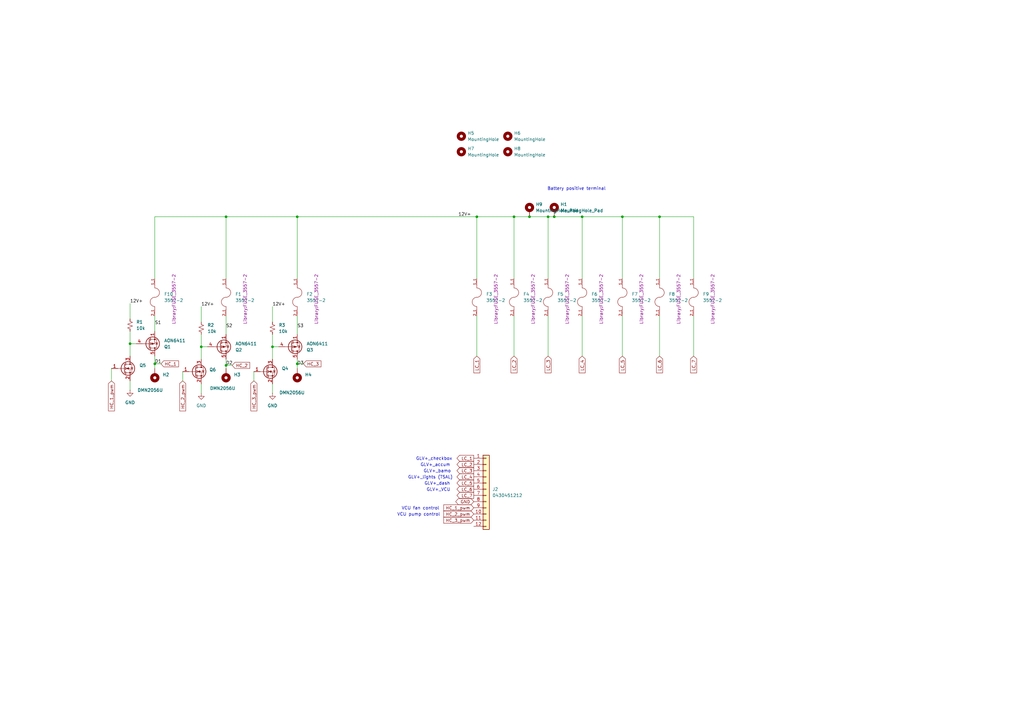
<source format=kicad_sch>
(kicad_sch (version 20250114) (generator "eeschema") (generator_version "9.0")
  (paper "A3")
  (lib_symbols
    (symbol "Connector_Generic:Conn_01x12" (pin_names (offset 1.016) (hide yes))
      (property "Reference" "J" (at 0 15.24 0))
      (property "Value" "Conn_01x12" (at 0 -17.78 0))
      (symbol "Conn_01x12_1_1"
        (rectangle (start -1.27 13.97) (end 1.27 -16.51) (stroke (width 0.254)) (fill (type background)))
        (rectangle (start -1.27 12.827) (end 0 12.573) (stroke (width 0.1524)))
        (rectangle (start -1.27 10.287) (end 0 10.033) (stroke (width 0.1524)))
        (rectangle (start -1.27 7.747) (end 0 7.493) (stroke (width 0.1524)))
        (rectangle (start -1.27 5.207) (end 0 4.953) (stroke (width 0.1524)))
        (rectangle (start -1.27 2.667) (end 0 2.413) (stroke (width 0.1524)))
        (rectangle (start -1.27 0.127) (end 0 -0.127) (stroke (width 0.1524)))
        (rectangle (start -1.27 -2.413) (end 0 -2.667) (stroke (width 0.1524)))
        (rectangle (start -1.27 -4.953) (end 0 -5.207) (stroke (width 0.1524)))
        (rectangle (start -1.27 -7.493) (end 0 -7.747) (stroke (width 0.1524)))
        (rectangle (start -1.27 -10.033) (end 0 -10.287) (stroke (width 0.1524)))
        (rectangle (start -1.27 -12.573) (end 0 -12.827) (stroke (width 0.1524)))
        (rectangle (start -1.27 -15.113) (end 0 -15.367) (stroke (width 0.1524)))
        (pin passive line (at -5.08 12.7 0) (length 3.81) (name "Pin_1") (number "1"))
        (pin passive line (at -5.08 10.16 0) (length 3.81) (name "Pin_2") (number "2"))
        (pin passive line (at -5.08 7.62 0) (length 3.81) (name "Pin_3") (number "3"))
        (pin passive line (at -5.08 5.08 0) (length 3.81) (name "Pin_4") (number "4"))
        (pin passive line (at -5.08 2.54 0) (length 3.81) (name "Pin_5") (number "5"))
        (pin passive line (at -5.08 0 0) (length 3.81) (name "Pin_6") (number "6"))
        (pin passive line (at -5.08 -2.54 0) (length 3.81) (name "Pin_7") (number "7"))
        (pin passive line (at -5.08 -5.08 0) (length 3.81) (name "Pin_8") (number "8"))
        (pin passive line (at -5.08 -7.62 0) (length 3.81) (name "Pin_9") (number "9"))
        (pin passive line (at -5.08 -10.16 0) (length 3.81) (name "Pin_10") (number "10"))
        (pin passive line (at -5.08 -12.7 0) (length 3.81) (name "Pin_11") (number "11"))
        (pin passive line (at -5.08 -15.24 0) (length 3.81) (name "Pin_12") (number "12"))
      )
    )
    (symbol "Device:R_Small_US" (pin_numbers (hide yes)) (pin_names (offset 0.254) (hide yes))
      (property "Reference" "R" (at 0.762 0.508 0))
      (property "Value" "R_Small_US" (at 0.762 -1.016 0))
      (symbol "R_Small_US_1_1"
        (polyline (pts (xy 0 1.524) (xy 1.016 1.143) (xy 0 0.762) (xy -1.016 0.381) (xy 0 0)))
        (polyline (pts (xy 0 0) (xy 1.016 -0.381) (xy 0 -0.762) (xy -1.016 -1.143) (xy 0 -1.524)))
        (pin passive line (at 0 2.54 270) (length 1.016) (name "~") (number "1"))
        (pin passive line (at 0 -2.54 90) (length 1.016) (name "~") (number "2"))
      )
    )
    (symbol "Mechanical:MountingHole" (pin_names (offset 1.016)) (exclude_from_sim yes) (in_bom no)
      (property "Reference" "H" (at 0 5.08 0))
      (property "Value" "MountingHole" (at 0 3.175 0))
      (symbol "MountingHole_0_1"
        (circle (center 0 0) (radius 1.27) (stroke (width 1.27)))
      )
    )
    (symbol "Mechanical:MountingHole_Pad" (pin_numbers (hide yes)) (pin_names (offset 1.016) (hide yes)) (exclude_from_sim yes) (in_bom no)
      (property "Reference" "H" (at 0 6.35 0))
      (property "Value" "MountingHole_Pad" (at 0 4.445 0))
      (symbol "MountingHole_Pad_0_1"
        (circle (center 0 1.27) (radius 1.27) (stroke (width 1.27)))
      )
      (symbol "MountingHole_Pad_1_1"
        (pin input line (at 0 -2.54 90) (length 2.54) (name "1") (number "1"))
      )
    )
    (symbol "New_Library:3557-2" (pin_names (offset 1.016))
      (property "Reference" "F" (at -2.54 5.08 0))
      (property "Value" "3557-2" (at -2.54 -5.08 0))
      (symbol "3557-2_0_0"
        (polyline (pts (xy -5.08 0) (xy -3.81 0)) (stroke (width 0.1524)))
        (arc (start -3.81 0) (mid -1.905 1.8967) (end 0 0) (stroke (width 0.1524)))
        (arc (start 3.81 0) (mid 1.905 -1.8967) (end 0 0) (stroke (width 0.1524)))
        (polyline (pts (xy 5.08 0) (xy 3.81 0)) (stroke (width 0.1524)))
        (pin passive line (at -7.62 0 0) (length 2.54) (name "~") (number "1_1"))
        (pin passive line (at 7.62 0 180) (length 2.54) (name "~") (number "2_1"))
      )
    )
    (symbol "Transistor_FET:AON6411" (pin_names (hide yes))
      (property "Reference" "Q" (at 5.08 1.905 0))
      (property "Value" "AON6411" (at 5.08 0 0))
      (symbol "AON6411_0_1"
        (polyline (pts (xy 0.254 1.905) (xy 0.254 -1.905)) (stroke (width 0.254)))
        (polyline (pts (xy 0.254 0) (xy -2.54 0)))
        (polyline (pts (xy 0.762 2.286) (xy 0.762 1.27)) (stroke (width 0.254)))
        (polyline (pts (xy 0.762 1.778) (xy 3.302 1.778) (xy 3.302 -1.778) (xy 0.762 -1.778)))
        (polyline (pts (xy 0.762 0.508) (xy 0.762 -0.508)) (stroke (width 0.254)))
        (polyline (pts (xy 0.762 -1.27) (xy 0.762 -2.286)) (stroke (width 0.254)))
        (circle (center 1.651 0) (radius 2.794) (stroke (width 0.254)))
        (polyline (pts (xy 2.286 0) (xy 1.27 0.381) (xy 1.27 -0.381) (xy 2.286 0)) (fill (type outline)))
        (polyline (pts (xy 2.54 2.54) (xy 2.54 1.778)))
        (circle (center 2.54 1.778) (radius 0.254) (fill (type outline)))
        (circle (center 2.54 -1.778) (radius 0.254) (fill (type outline)))
        (polyline (pts (xy 2.54 -2.54) (xy 2.54 0) (xy 0.762 0)))
        (polyline (pts (xy 2.794 -0.508) (xy 2.921 -0.381) (xy 3.683 -0.381) (xy 3.81 -0.254)))
        (polyline (pts (xy 3.302 -0.381) (xy 2.921 0.254) (xy 3.683 0.254) (xy 3.302 -0.381)))
      )
      (symbol "AON6411_1_1"
        (pin input line (at -5.08 0 0) (length 2.54) (name "G") (number "4"))
        (pin passive line (at 2.54 5.08 270) (length 2.54) (name "D") (number "5"))
        (pin passive line (at 2.54 -5.08 90) (length 2.54) (name "S") (number "1"))
        (pin passive line (at 2.54 -5.08 90) (length 2.54) (hide yes) (name "S") (number "2"))
        (pin passive line (at 2.54 -5.08 90) (length 2.54) (hide yes) (name "S") (number "3"))
      )
    )
    (symbol "Transistor_FET:DMN2056U" (pin_names (hide yes))
      (property "Reference" "Q" (at 5.08 1.905 0))
      (property "Value" "DMN2056U" (at 5.08 0 0))
      (symbol "DMN2056U_0_1"
        (polyline (pts (xy 0.254 1.905) (xy 0.254 -1.905)) (stroke (width 0.254)))
        (polyline (pts (xy 0.254 0) (xy -2.54 0)))
        (polyline (pts (xy 0.762 2.286) (xy 0.762 1.27)) (stroke (width 0.254)))
        (polyline (pts (xy 0.762 0.508) (xy 0.762 -0.508)) (stroke (width 0.254)))
        (polyline (pts (xy 0.762 -1.27) (xy 0.762 -2.286)) (stroke (width 0.254)))
        (polyline (pts (xy 0.762 -1.778) (xy 3.302 -1.778) (xy 3.302 1.778) (xy 0.762 1.778)))
        (polyline (pts (xy 1.016 0) (xy 2.032 0.381) (xy 2.032 -0.381) (xy 1.016 0)) (fill (type outline)))
        (circle (center 1.651 0) (radius 2.794) (stroke (width 0.254)))
        (polyline (pts (xy 2.54 2.54) (xy 2.54 1.778)))
        (circle (center 2.54 1.778) (radius 0.254) (fill (type outline)))
        (circle (center 2.54 -1.778) (radius 0.254) (fill (type outline)))
        (polyline (pts (xy 2.54 -2.54) (xy 2.54 0) (xy 0.762 0)))
        (polyline (pts (xy 2.794 0.508) (xy 2.921 0.381) (xy 3.683 0.381) (xy 3.81 0.254)))
        (polyline (pts (xy 3.302 0.381) (xy 2.921 -0.254) (xy 3.683 -0.254) (xy 3.302 0.381)))
      )
      (symbol "DMN2056U_1_1"
        (pin input line (at -5.08 0 0) (length 2.54) (name "G") (number "1"))
        (pin passive line (at 2.54 5.08 270) (length 2.54) (name "D") (number "3"))
        (pin passive line (at 2.54 -5.08 90) (length 2.54) (name "S") (number "2"))
      )
    )
    (symbol "power:GND" (power) (pin_numbers (hide yes)) (pin_names (offset 0) (hide yes))
      (property "Value" "GND" (at 0 -3.81 0))
      (symbol "GND_0_1"
        (polyline (pts (xy 0 0) (xy 0 -1.27) (xy 1.27 -1.27) (xy 0 -2.54) (xy -1.27 -1.27) (xy 0 -1.27)))
      )
      (symbol "GND_1_1"
        (pin power_in line (at 0 0 270) (length 0) (name "~") (number "1"))
      )
    )
  )
  (text "GLV+_bamo" (at 179.324 193.294 0) (effects (font (size 1.27 1.27))))
  (text "GLV+_lights (TSAL)" (at 176.53 195.834 0) (effects (font (size 1.27 1.27))))
  (text "GLV+_dash" (at 179.324 198.374 0) (effects (font (size 1.27 1.27))))
  (text "Battery positive terminal" (at 236.474 77.47 0) (effects (font (size 1.27 1.27))))
  (text "VCU pump control" (at 171.704 211.074 0) (effects (font (size 1.27 1.27))))
  (text "GLV+_accum" (at 178.562 190.754 0) (effects (font (size 1.27 1.27))))
  (text "GLV+_VCU" (at 179.832 200.914 0) (effects (font (size 1.27 1.27))))
  (text "VCU fan control" (at 172.466 208.534 0) (effects (font (size 1.27 1.27))))
  (text "GLV+_checkbox" (at 178.054 188.214 0) (effects (font (size 1.27 1.27))))
  (junction (at 227.33 88.9))
  (junction (at 270.51 88.9))
  (junction (at 255.27 88.9))
  (junction (at 111.76 142.24))
  (junction (at 121.92 88.9))
  (junction (at 121.92 149.225))
  (junction (at 92.71 149.86))
  (junction (at 217.17 88.9))
  (junction (at 53.34 140.97))
  (junction (at 195.58 88.9))
  (junction (at 82.55 142.24))
  (junction (at 238.76 88.9))
  (junction (at 63.5 149.225))
  (junction (at 224.79 88.9))
  (junction (at 92.71 88.9))
  (junction (at 210.82 88.9))
  (wire (pts (xy 82.55 125.73) (xy 82.55 132.08)))
  (wire (pts (xy 217.17 88.9) (xy 210.82 88.9)))
  (wire (pts (xy 63.5 149.225) (xy 66.04 149.225)))
  (wire (pts (xy 63.5 149.225) (xy 63.5 151.13)))
  (wire (pts (xy 111.76 157.48) (xy 111.76 161.29)))
  (wire (pts (xy 210.82 146.05) (xy 210.82 129.54)))
  (wire (pts (xy 270.51 129.54) (xy 270.51 146.05)))
  (wire (pts (xy 121.92 88.9) (xy 121.92 114.3)))
  (wire (pts (xy 82.55 142.24) (xy 82.55 147.32)))
  (wire (pts (xy 270.51 88.9) (xy 255.27 88.9)))
  (wire (pts (xy 255.27 88.9) (xy 238.76 88.9)))
  (wire (pts (xy 210.82 88.9) (xy 195.58 88.9)))
  (wire (pts (xy 111.76 142.24) (xy 114.3 142.24)))
  (wire (pts (xy 92.71 149.86) (xy 92.71 147.32)))
  (wire (pts (xy 255.27 146.05) (xy 255.27 129.54)))
  (wire (pts (xy 111.76 137.16) (xy 111.76 142.24)))
  (wire (pts (xy 284.48 114.3) (xy 284.48 88.9)))
  (wire (pts (xy 63.5 135.89) (xy 63.5 129.54)))
  (wire (pts (xy 53.34 135.89) (xy 53.34 140.97)))
  (wire (pts (xy 238.76 146.05) (xy 238.76 129.54)))
  (wire (pts (xy 95.25 149.86) (xy 92.71 149.86)))
  (wire (pts (xy 104.14 156.21) (xy 104.14 152.4)))
  (wire (pts (xy 53.34 140.97) (xy 55.88 140.97)))
  (wire (pts (xy 284.48 88.9) (xy 270.51 88.9)))
  (wire (pts (xy 195.58 88.9) (xy 195.58 114.3)))
  (wire (pts (xy 82.55 157.48) (xy 82.55 161.29)))
  (wire (pts (xy 284.48 146.05) (xy 284.48 129.54)))
  (wire (pts (xy 111.76 125.73) (xy 111.76 132.08)))
  (wire (pts (xy 121.92 151.13) (xy 121.92 149.225)))
  (wire (pts (xy 92.71 151.13) (xy 92.71 149.86)))
  (wire (pts (xy 227.33 88.9) (xy 224.79 88.9)))
  (wire (pts (xy 63.5 88.9) (xy 92.71 88.9)))
  (wire (pts (xy 92.71 129.54) (xy 92.71 137.16)))
  (wire (pts (xy 195.58 146.05) (xy 195.58 129.54)))
  (wire (pts (xy 224.79 88.9) (xy 217.17 88.9)))
  (wire (pts (xy 63.5 149.225) (xy 63.5 146.05)))
  (wire (pts (xy 45.72 151.13) (xy 45.72 156.21)))
  (wire (pts (xy 53.34 124.46) (xy 53.34 130.81)))
  (wire (pts (xy 74.93 152.4) (xy 74.93 156.21)))
  (wire (pts (xy 121.92 88.9) (xy 195.58 88.9)))
  (wire (pts (xy 111.76 142.24) (xy 111.76 147.32)))
  (wire (pts (xy 238.76 88.9) (xy 227.33 88.9)))
  (wire (pts (xy 63.5 88.9) (xy 63.5 114.3)))
  (wire (pts (xy 270.51 88.9) (xy 270.51 114.3)))
  (wire (pts (xy 82.55 142.24) (xy 85.09 142.24)))
  (wire (pts (xy 53.34 156.21) (xy 53.34 160.02)))
  (wire (pts (xy 255.27 88.9) (xy 255.27 114.3)))
  (wire (pts (xy 92.71 88.9) (xy 92.71 114.3)))
  (wire (pts (xy 53.34 140.97) (xy 53.34 146.05)))
  (wire (pts (xy 92.71 88.9) (xy 121.92 88.9)))
  (wire (pts (xy 224.79 88.9) (xy 224.79 114.3)))
  (wire (pts (xy 124.46 149.225) (xy 121.92 149.225)))
  (wire (pts (xy 121.92 149.225) (xy 121.92 147.32)))
  (wire (pts (xy 121.92 129.54) (xy 121.92 137.16)))
  (wire (pts (xy 210.82 88.9) (xy 210.82 114.3)))
  (wire (pts (xy 224.79 146.05) (xy 224.79 129.54)))
  (wire (pts (xy 82.55 137.16) (xy 82.55 142.24)))
  (wire (pts (xy 238.76 114.3) (xy 238.76 88.9)))
  (label "12V+" (at 53.34 124.46 0))
  (label "D1" (at 63.5 149.225 0))
  (label "D2" (at 92.71 149.86 0))
  (label "D3" (at 121.92 149.86 0))
  (label "12V+" (at 187.96 88.9 0))
  (label "S2" (at 92.71 134.62 0))
  (label "S1" (at 63.5 133.35 0))
  (label "S3" (at 121.92 134.62 0))
  (label "12V+" (at 111.76 125.73 0))
  (label "12V+" (at 82.55 125.73 0))
  (global_label "LC_3" (shape input) (at 224.79 146.05 270) (property "Intersheetrefs" "${INTERSHEET_REFS}" (effects (hide yes))))
  (global_label "HC_1" (shape input) (at 66.04 149.225 0) (property "Intersheetrefs" "${INTERSHEET_REFS}" (effects (hide yes))))
  (global_label "LC_3" (shape output) (at 194.31 193.04 180) (property "Intersheetrefs" "${INTERSHEET_REFS}" (effects (hide yes))))
  (global_label "LC_1" (shape output) (at 194.31 187.96 180) (property "Intersheetrefs" "${INTERSHEET_REFS}" (effects (hide yes))))
  (global_label "LC_6" (shape input) (at 270.51 146.05 270) (property "Intersheetrefs" "${INTERSHEET_REFS}" (effects (hide yes))))
  (global_label "HC_2" (shape input) (at 95.25 149.86 0) (property "Intersheetrefs" "${INTERSHEET_REFS}" (effects (hide yes))))
  (global_label "HC_3_pwm" (shape input) (at 194.31 213.36 180) (property "Intersheetrefs" "${INTERSHEET_REFS}" (effects (hide yes))))
  (global_label "LC_7" (shape output) (at 194.31 203.2 180) (property "Intersheetrefs" "${INTERSHEET_REFS}" (effects (hide yes))))
  (global_label "HC_1_pwm" (shape input) (at 45.72 156.21 270) (property "Intersheetrefs" "${INTERSHEET_REFS}" (effects (hide yes))))
  (global_label "GND" (shape bidirectional) (at 194.31 205.74 180) (property "Intersheetrefs" "${INTERSHEET_REFS}" (effects (hide yes))))
  (global_label "LC_2" (shape output) (at 194.31 190.5 180) (property "Intersheetrefs" "${INTERSHEET_REFS}" (effects (hide yes))))
  (global_label "LC_1" (shape input) (at 195.58 146.05 270) (property "Intersheetrefs" "${INTERSHEET_REFS}" (effects (hide yes))))
  (global_label "LC_5" (shape input) (at 255.27 146.05 270) (property "Intersheetrefs" "${INTERSHEET_REFS}" (effects (hide yes))))
  (global_label "HC_3" (shape input) (at 124.46 149.225 0) (property "Intersheetrefs" "${INTERSHEET_REFS}" (effects (hide yes))))
  (global_label "HC_3_pwm" (shape input) (at 104.14 156.21 270) (property "Intersheetrefs" "${INTERSHEET_REFS}" (effects (hide yes))))
  (global_label "LC_7" (shape input) (at 284.48 146.05 270) (property "Intersheetrefs" "${INTERSHEET_REFS}" (effects (hide yes))))
  (global_label "LC_4" (shape input) (at 238.76 146.05 270) (property "Intersheetrefs" "${INTERSHEET_REFS}" (effects (hide yes))))
  (global_label "LC_2" (shape input) (at 210.82 146.05 270) (property "Intersheetrefs" "${INTERSHEET_REFS}" (effects (hide yes))))
  (global_label "HC_2_pwm" (shape input) (at 194.31 210.82 180) (property "Intersheetrefs" "${INTERSHEET_REFS}" (effects (hide yes))))
  (global_label "HC_1_pwm" (shape input) (at 194.31 208.28 180) (property "Intersheetrefs" "${INTERSHEET_REFS}" (effects (hide yes))))
  (global_label "LC_4" (shape output) (at 194.31 195.58 180) (property "Intersheetrefs" "${INTERSHEET_REFS}" (effects (hide yes))))
  (global_label "LC_5" (shape output) (at 194.31 198.12 180) (property "Intersheetrefs" "${INTERSHEET_REFS}" (effects (hide yes))))
  (global_label "LC_6" (shape output) (at 194.31 200.66 180) (property "Intersheetrefs" "${INTERSHEET_REFS}" (effects (hide yes))))
  (global_label "HC_2_pwm" (shape input) (at 74.93 156.21 270) (property "Intersheetrefs" "${INTERSHEET_REFS}" (effects (hide yes))))
  (symbol (lib_id "Device:R_Small_US") (at 53.34 133.35 0) (unit 1)
    (property "Reference" "R1" (at 55.88 132.0799 0) (effects (justify left)))
    (property "Value" "10k" (at 55.88 134.6199 0) (effects (justify left)))
    (property "Footprint" "Resistor_SMD:R_0805_2012Metric_Pad1.20x1.40mm_HandSolder" (effects (hide yes)))
    (property "Description" "Resistor, small US symbol" (effects (hide yes)))
  )
  (symbol (lib_id "Transistor_FET:AON6411") (at 90.17 142.24 0) (mirror x) (unit 1)
    (property "Reference" "Q2" (at 96.52 143.5101 0) (effects (justify left)))
    (property "Value" "AON6411" (at 96.52 140.9701 0) (effects (justify left)))
    (property "Footprint" "Package_DFN_QFN:AO_DFN-8-1EP_5.55x5.2mm_P1.27mm_EP4.12x4.6mm" (effects (hide yes)))
    (property "Datasheet" "http://www.aosmd.com/res/data_sheets/AON6411.pdf" (effects (hide yes)))
    (property "Description" "-85A Id, -20V Vds, P-Channel MOSFET, DFN-8" (effects (hide yes)))
  )
  (symbol (lib_id "New_Library:3557-2") (at 121.92 121.92 270) (unit 1)
    (property "Reference" "F2" (at 125.73 120.6499 90) (effects (justify left)))
    (property "Value" "3557-2" (at 125.73 123.1899 90) (effects (justify left)))
    (property "Footprint" "Library:FUSE_3557-2" (at 129.032 122.682 0) (effects (justify bottom)))
    (property "PARTREV" "D" (effects (hide yes)))
    (property "STANDARD" "Manufacturer Recommendation" (effects (hide yes)))
    (property "SNAPEDA_PN" "3557-2" (effects (hide yes)))
    (property "MAXIMUM_PACKAGE_HEIGHT" "7.37mm" (effects (hide yes)))
    (property "MANUFACTURER" "Keystone" (effects (hide yes)))
  )
  (symbol (lib_id "New_Library:3557-2") (at 210.82 121.92 270) (unit 1)
    (property "Reference" "F4" (at 214.63 120.6499 90) (effects (justify left)))
    (property "Value" "3557-2" (at 214.63 123.1899 90) (effects (justify left)))
    (property "Footprint" "Library:FUSE_3557-2" (at 217.932 122.682 0) (effects (justify bottom)))
    (property "PARTREV" "D" (effects (hide yes)))
    (property "STANDARD" "Manufacturer Recommendation" (effects (hide yes)))
    (property "SNAPEDA_PN" "3557-2" (effects (hide yes)))
    (property "MAXIMUM_PACKAGE_HEIGHT" "7.37mm" (effects (hide yes)))
    (property "MANUFACTURER" "Keystone" (effects (hide yes)))
  )
  (symbol (lib_id "power:GND") (at 82.55 161.29 0) (unit 1)
    (property "Reference" "#PWR02" (effects (hide yes)))
    (property "Value" "GND" (at 82.55 166.37 0))
    (property "Description" "Power symbol creates a global label with name \"GND\" , ground" (effects (hide yes)))
  )
  (symbol (lib_id "Mechanical:MountingHole") (at 189.23 55.88 0) (unit 1) (exclude_from_sim yes) (in_bom no)
    (property "Reference" "H5" (at 191.77 54.6099 0) (effects (justify left)))
    (property "Value" "MountingHole" (at 191.77 57.1499 0) (effects (justify left)))
    (property "Footprint" "MountingHole:MountingHole_5.3mm_M5" (effects (hide yes)))
    (property "Description" "Mounting Hole without connection" (effects (hide yes)))
  )
  (symbol (lib_id "New_Library:3557-2") (at 195.58 121.92 270) (unit 1)
    (property "Reference" "F3" (at 199.39 120.6499 90) (effects (justify left)))
    (property "Value" "3557-2" (at 199.39 123.1899 90) (effects (justify left)))
    (property "Footprint" "Library:FUSE_3557-2" (at 202.692 122.682 0) (effects (justify bottom)))
    (property "PARTREV" "D" (effects (hide yes)))
    (property "STANDARD" "Manufacturer Recommendation" (effects (hide yes)))
    (property "SNAPEDA_PN" "3557-2" (effects (hide yes)))
    (property "MAXIMUM_PACKAGE_HEIGHT" "7.37mm" (effects (hide yes)))
    (property "MANUFACTURER" "Keystone" (effects (hide yes)))
  )
  (symbol (lib_id "Mechanical:MountingHole") (at 208.28 62.23 0) (unit 1) (exclude_from_sim yes) (in_bom no)
    (property "Reference" "H8" (at 210.82 60.9599 0) (effects (justify left)))
    (property "Value" "MountingHole" (at 210.82 63.4999 0) (effects (justify left)))
    (property "Footprint" "MountingHole:MountingHole_5.3mm_M5" (effects (hide yes)))
    (property "Description" "Mounting Hole without connection" (effects (hide yes)))
  )
  (symbol (lib_id "power:GND") (at 111.76 161.29 0) (unit 1)
    (property "Reference" "#PWR03" (effects (hide yes)))
    (property "Value" "GND" (at 111.76 166.37 0))
    (property "Description" "Power symbol creates a global label with name \"GND\" , ground" (effects (hide yes)))
  )
  (symbol (lib_id "Connector_Generic:Conn_01x12") (at 199.39 200.66 0) (unit 1)
    (property "Reference" "J2" (at 201.93 200.6599 0) (effects (justify left)))
    (property "Value" "0430451212" (at 201.93 203.1999 0) (effects (justify left)))
    (property "Footprint" "Connector_Molex:Molex_Micro-Fit_3.0_43045-1212_2x06_P3.00mm_Vertical" (effects (hide yes)))
    (property "Description" "Generic connector, single row, 01x12, script generated (kicad-library-utils/schlib/autogen/connector/)" (effects (hide yes)))
  )
  (symbol (lib_id "Transistor_FET:AON6411") (at 60.96 140.97 0) (mirror x) (unit 1)
    (property "Reference" "Q1" (at 67.31 142.2401 0) (effects (justify left)))
    (property "Value" "AON6411" (at 67.31 139.7001 0) (effects (justify left)))
    (property "Footprint" "Package_DFN_QFN:AO_DFN-8-1EP_5.55x5.2mm_P1.27mm_EP4.12x4.6mm" (effects (hide yes)))
    (property "Datasheet" "http://www.aosmd.com/res/data_sheets/AON6411.pdf" (effects (hide yes)))
    (property "Description" "-85A Id, -20V Vds, P-Channel MOSFET, DFN-8" (effects (hide yes)))
  )
  (symbol (lib_id "New_Library:3557-2") (at 92.71 121.92 270) (unit 1)
    (property "Reference" "F1" (at 96.52 120.6499 90) (effects (justify left)))
    (property "Value" "3557-2" (at 96.52 123.1899 90) (effects (justify left)))
    (property "Footprint" "Library:FUSE_3557-2" (at 99.822 122.682 0) (effects (justify bottom)))
    (property "PARTREV" "D" (effects (hide yes)))
    (property "STANDARD" "Manufacturer Recommendation" (effects (hide yes)))
    (property "SNAPEDA_PN" "3557-2" (effects (hide yes)))
    (property "MAXIMUM_PACKAGE_HEIGHT" "7.37mm" (effects (hide yes)))
    (property "MANUFACTURER" "Keystone" (effects (hide yes)))
  )
  (symbol (lib_id "New_Library:3557-2") (at 238.76 121.92 270) (unit 1)
    (property "Reference" "F6" (at 242.57 120.6499 90) (effects (justify left)))
    (property "Value" "3557-2" (at 242.57 123.1899 90) (effects (justify left)))
    (property "Footprint" "Library:FUSE_3557-2" (at 245.872 122.682 0) (effects (justify bottom)))
    (property "PARTREV" "D" (effects (hide yes)))
    (property "STANDARD" "Manufacturer Recommendation" (effects (hide yes)))
    (property "SNAPEDA_PN" "3557-2" (effects (hide yes)))
    (property "MAXIMUM_PACKAGE_HEIGHT" "7.37mm" (effects (hide yes)))
    (property "MANUFACTURER" "Keystone" (effects (hide yes)))
  )
  (symbol (lib_id "New_Library:3557-2") (at 63.5 121.92 270) (unit 1)
    (property "Reference" "F10" (at 67.31 120.6499 90) (effects (justify left)))
    (property "Value" "3557-2" (at 67.31 123.1899 90) (effects (justify left)))
    (property "Footprint" "Library:FUSE_3557-2" (at 70.612 122.682 0) (effects (justify bottom)))
    (property "PARTREV" "D" (effects (hide yes)))
    (property "STANDARD" "Manufacturer Recommendation" (effects (hide yes)))
    (property "SNAPEDA_PN" "3557-2" (effects (hide yes)))
    (property "MAXIMUM_PACKAGE_HEIGHT" "7.37mm" (effects (hide yes)))
    (property "MANUFACTURER" "Keystone" (effects (hide yes)))
  )
  (symbol (lib_id "Transistor_FET:AON6411") (at 119.38 142.24 0) (mirror x) (unit 1)
    (property "Reference" "Q3" (at 125.73 143.5101 0) (effects (justify left)))
    (property "Value" "AON6411" (at 125.73 140.9701 0) (effects (justify left)))
    (property "Footprint" "Package_DFN_QFN:AO_DFN-8-1EP_5.55x5.2mm_P1.27mm_EP4.12x4.6mm" (effects (hide yes)))
    (property "Datasheet" "http://www.aosmd.com/res/data_sheets/AON6411.pdf" (effects (hide yes)))
    (property "Description" "-85A Id, -20V Vds, P-Channel MOSFET, DFN-8" (effects (hide yes)))
  )
  (symbol (lib_id "Mechanical:MountingHole_Pad") (at 63.5 153.67 180) (unit 1) (exclude_from_sim yes) (in_bom no)
    (property "Reference" "H2" (at 66.675 153.6699 0) (effects (justify right)))
    (property "Value" "MountingHole_Pad" (effects (hide yes)))
    (property "Footprint" "MountingHole:MountingHole_5.3mm_M5_Pad" (effects (hide yes)))
    (property "Description" "Mounting Hole with connection" (effects (hide yes)))
  )
  (symbol (lib_id "Mechanical:MountingHole") (at 189.23 62.23 0) (unit 1) (exclude_from_sim yes) (in_bom no)
    (property "Reference" "H7" (at 191.77 60.9599 0) (effects (justify left)))
    (property "Value" "MountingHole" (at 191.77 63.4999 0) (effects (justify left)))
    (property "Footprint" "MountingHole:MountingHole_5.3mm_M5" (effects (hide yes)))
    (property "Description" "Mounting Hole without connection" (effects (hide yes)))
  )
  (symbol (lib_id "Mechanical:MountingHole") (at 208.28 55.88 0) (unit 1) (exclude_from_sim yes) (in_bom no)
    (property "Reference" "H6" (at 210.82 54.6099 0) (effects (justify left)))
    (property "Value" "MountingHole" (at 210.82 57.1499 0) (effects (justify left)))
    (property "Footprint" "MountingHole:MountingHole_5.3mm_M5" (effects (hide yes)))
    (property "Description" "Mounting Hole without connection" (effects (hide yes)))
  )
  (symbol (lib_id "Device:R_Small_US") (at 82.55 134.62 0) (unit 1)
    (property "Reference" "R2" (at 85.09 133.3499 0) (effects (justify left)))
    (property "Value" "10k" (at 85.09 135.8899 0) (effects (justify left)))
    (property "Footprint" "Resistor_SMD:R_0805_2012Metric_Pad1.20x1.40mm_HandSolder" (effects (hide yes)))
    (property "Description" "Resistor, small US symbol" (effects (hide yes)))
  )
  (symbol (lib_id "Mechanical:MountingHole_Pad") (at 121.92 153.67 180) (unit 1) (exclude_from_sim yes) (in_bom no)
    (property "Reference" "H4" (at 125.095 153.6699 0) (effects (justify right)))
    (property "Value" "MountingHole_Pad" (effects (hide yes)))
    (property "Footprint" "MountingHole:MountingHole_5.3mm_M5_Pad" (effects (hide yes)))
    (property "Description" "Mounting Hole with connection" (effects (hide yes)))
  )
  (symbol (lib_id "New_Library:3557-2") (at 255.27 121.92 270) (unit 1)
    (property "Reference" "F7" (at 259.08 120.6499 90) (effects (justify left)))
    (property "Value" "3557-2" (at 259.08 123.1899 90) (effects (justify left)))
    (property "Footprint" "Library:FUSE_3557-2" (at 262.382 122.682 0) (effects (justify bottom)))
    (property "PARTREV" "D" (effects (hide yes)))
    (property "STANDARD" "Manufacturer Recommendation" (effects (hide yes)))
    (property "SNAPEDA_PN" "3557-2" (effects (hide yes)))
    (property "MAXIMUM_PACKAGE_HEIGHT" "7.37mm" (effects (hide yes)))
    (property "MANUFACTURER" "Keystone" (effects (hide yes)))
  )
  (symbol (lib_id "Mechanical:MountingHole_Pad") (at 92.71 153.67 180) (unit 1) (exclude_from_sim yes) (in_bom no)
    (property "Reference" "H3" (at 95.885 153.6699 0) (effects (justify right)))
    (property "Value" "MountingHole_Pad" (effects (hide yes)))
    (property "Footprint" "MountingHole:MountingHole_5.3mm_M5_Pad" (effects (hide yes)))
    (property "Description" "Mounting Hole with connection" (effects (hide yes)))
  )
  (symbol (lib_id "Mechanical:MountingHole_Pad") (at 227.33 86.36 0) (unit 1) (exclude_from_sim yes) (in_bom no)
    (property "Reference" "H1" (at 229.87 83.8199 0) (effects (justify left)))
    (property "Value" "MountingHole_Pad" (at 229.87 86.3599 0) (effects (justify left)))
    (property "Footprint" "MountingHole:MountingHole_5.3mm_M5_Pad" (effects (hide yes)))
    (property "Description" "Mounting Hole with connection" (effects (hide yes)))
  )
  (symbol (lib_id "New_Library:3557-2") (at 270.51 121.92 270) (unit 1)
    (property "Reference" "F8" (at 274.32 120.6499 90) (effects (justify left)))
    (property "Value" "3557-2" (at 274.32 123.1899 90) (effects (justify left)))
    (property "Footprint" "Library:FUSE_3557-2" (at 277.622 122.682 0) (effects (justify bottom)))
    (property "PARTREV" "D" (effects (hide yes)))
    (property "STANDARD" "Manufacturer Recommendation" (effects (hide yes)))
    (property "SNAPEDA_PN" "3557-2" (effects (hide yes)))
    (property "MAXIMUM_PACKAGE_HEIGHT" "7.37mm" (effects (hide yes)))
    (property "MANUFACTURER" "Keystone" (effects (hide yes)))
  )
  (symbol (lib_id "Device:R_Small_US") (at 111.76 134.62 0) (unit 1)
    (property "Reference" "R3" (at 114.3 133.3499 0) (effects (justify left)))
    (property "Value" "10k" (at 114.3 135.8899 0) (effects (justify left)))
    (property "Footprint" "Resistor_SMD:R_0805_2012Metric_Pad1.20x1.40mm_HandSolder" (effects (hide yes)))
    (property "Description" "Resistor, small US symbol" (effects (hide yes)))
  )
  (symbol (lib_id "Transistor_FET:DMN2056U") (at 109.22 152.4 0) (unit 1)
    (property "Reference" "Q4" (at 115.57 151.1299 0) (effects (justify left)))
    (property "Value" "DMN2056U" (at 114.554 161.036 0) (effects (justify left)))
    (property "Footprint" "Package_TO_SOT_SMD:SOT-23" (effects (hide yes)))
    (property "Datasheet" "http://www.diodes.com/assets/Datasheets/DMN2056U.pdf" (effects (hide yes)))
    (property "Description" "4A Id, 20V Vds, N-Channel MOSFET, SOT-23" (effects (hide yes)))
  )
  (symbol (lib_id "power:GND") (at 53.34 160.02 0) (unit 1)
    (property "Reference" "#PWR01" (effects (hide yes)))
    (property "Value" "GND" (at 53.34 165.1 0))
    (property "Description" "Power symbol creates a global label with name \"GND\" , ground" (effects (hide yes)))
  )
  (symbol (lib_id "New_Library:3557-2") (at 224.79 121.92 270) (unit 1)
    (property "Reference" "F5" (at 228.6 120.6499 90) (effects (justify left)))
    (property "Value" "3557-2" (at 228.6 123.1899 90) (effects (justify left)))
    (property "Footprint" "Library:FUSE_3557-2" (at 231.902 122.682 0) (effects (justify bottom)))
    (property "PARTREV" "D" (effects (hide yes)))
    (property "STANDARD" "Manufacturer Recommendation" (effects (hide yes)))
    (property "SNAPEDA_PN" "3557-2" (effects (hide yes)))
    (property "MAXIMUM_PACKAGE_HEIGHT" "7.37mm" (effects (hide yes)))
    (property "MANUFACTURER" "Keystone" (effects (hide yes)))
  )
  (symbol (lib_id "Mechanical:MountingHole_Pad") (at 217.17 86.36 0) (unit 1) (exclude_from_sim yes) (in_bom no)
    (property "Reference" "H9" (at 219.71 83.8199 0) (effects (justify left)))
    (property "Value" "MountingHole_Pad" (at 219.71 86.3599 0) (effects (justify left)))
    (property "Footprint" "MountingHole:MountingHole_5.3mm_M5_Pad" (effects (hide yes)))
    (property "Description" "Mounting Hole with connection" (effects (hide yes)))
  )
  (symbol (lib_id "New_Library:3557-2") (at 284.48 121.92 270) (unit 1)
    (property "Reference" "F9" (at 288.29 120.6499 90) (effects (justify left)))
    (property "Value" "3557-2" (at 288.29 123.1899 90) (effects (justify left)))
    (property "Footprint" "Library:FUSE_3557-2" (at 291.592 122.682 0) (effects (justify bottom)))
    (property "PARTREV" "D" (effects (hide yes)))
    (property "STANDARD" "Manufacturer Recommendation" (effects (hide yes)))
    (property "SNAPEDA_PN" "3557-2" (effects (hide yes)))
    (property "MAXIMUM_PACKAGE_HEIGHT" "7.37mm" (effects (hide yes)))
    (property "MANUFACTURER" "Keystone" (effects (hide yes)))
  )
  (symbol (lib_id "Transistor_FET:DMN2056U") (at 50.8 151.13 0) (unit 1)
    (property "Reference" "Q5" (at 57.15 149.8599 0) (effects (justify left)))
    (property "Value" "DMN2056U" (at 56.388 160.02 0) (effects (justify left)))
    (property "Footprint" "Package_TO_SOT_SMD:SOT-23" (effects (hide yes)))
    (property "Datasheet" "http://www.diodes.com/assets/Datasheets/DMN2056U.pdf" (effects (hide yes)))
    (property "Description" "4A Id, 20V Vds, N-Channel MOSFET, SOT-23" (effects (hide yes)))
  )
  (symbol (lib_id "Transistor_FET:DMN2056U") (at 80.01 152.4 0) (unit 1)
    (property "Reference" "Q6" (at 85.852 151.638 0) (effects (justify left)))
    (property "Value" "DMN2056U" (at 86.106 159.258 0) (effects (justify left)))
    (property "Footprint" "Package_TO_SOT_SMD:SOT-23" (effects (hide yes)))
    (property "Datasheet" "http://www.diodes.com/assets/Datasheets/DMN2056U.pdf" (effects (hide yes)))
    (property "Description" "4A Id, 20V Vds, N-Channel MOSFET, SOT-23" (effects (hide yes)))
  )
)
</source>
